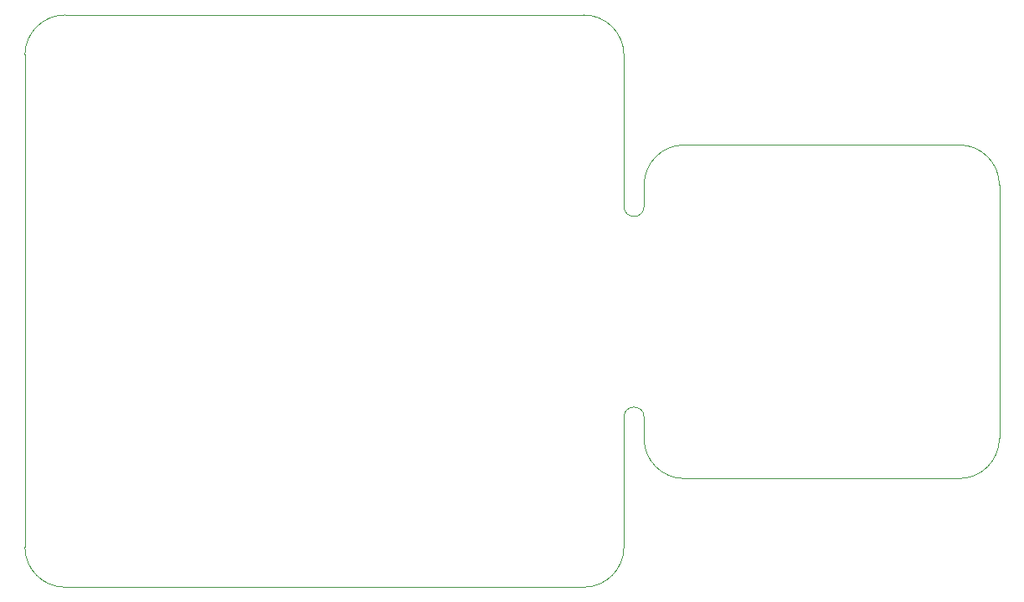
<source format=gbr>
%TF.GenerationSoftware,KiCad,Pcbnew,5.1.2*%
%TF.CreationDate,2019-07-26T15:54:53+10:00*%
%TF.ProjectId,bike_pov,62696b65-5f70-46f7-962e-6b696361645f,rev?*%
%TF.SameCoordinates,Original*%
%TF.FileFunction,Profile,NP*%
%FSLAX46Y46*%
G04 Gerber Fmt 4.6, Leading zero omitted, Abs format (unit mm)*
G04 Created by KiCad (PCBNEW 5.1.2) date 2019-07-26 15:54:53*
%MOMM*%
%LPD*%
G04 APERTURE LIST*
%ADD10C,0.100000*%
G04 APERTURE END LIST*
D10*
X86360000Y-73025000D02*
X86360000Y-122888000D01*
X90424000Y-126952000D02*
G75*
G02X86360000Y-122888000I0J4064000D01*
G01*
X142875000Y-126952000D02*
X90424000Y-126952000D01*
X142875000Y-69009000D02*
X90424000Y-69009000D01*
X86360000Y-73073000D02*
G75*
G02X90424000Y-69009000I4064000J0D01*
G01*
X146939000Y-86233000D02*
X146939000Y-73073000D01*
X146939000Y-122888000D02*
X146939000Y-109728000D01*
X153040000Y-82170000D02*
X180850000Y-82170000D01*
X153040000Y-115950000D02*
X180850000Y-115950000D01*
X184900000Y-111890000D02*
X184900000Y-86220000D01*
X184900000Y-111887000D02*
G75*
G02X180836000Y-115951000I-4064000J0D01*
G01*
X180836000Y-82170000D02*
G75*
G02X184900000Y-86234000I0J-4064000D01*
G01*
X146939000Y-109728000D02*
G75*
G02X148971000Y-109728000I1016000J0D01*
G01*
X148971000Y-109728000D02*
X148971000Y-111887000D01*
X148971000Y-86233000D02*
G75*
G02X153035000Y-82169000I4064000J0D01*
G01*
X148971000Y-88392000D02*
X148971000Y-86233000D01*
X153035000Y-115951000D02*
G75*
G02X148971000Y-111887000I0J4064000D01*
G01*
X146939000Y-88392000D02*
X146939000Y-86233000D01*
X146939000Y-122888000D02*
G75*
G02X142875000Y-126952000I-4064000J0D01*
G01*
X148971000Y-88392000D02*
G75*
G02X146939000Y-88392000I-1016000J0D01*
G01*
X142875000Y-69009000D02*
G75*
G02X146939000Y-73073000I0J-4064000D01*
G01*
M02*

</source>
